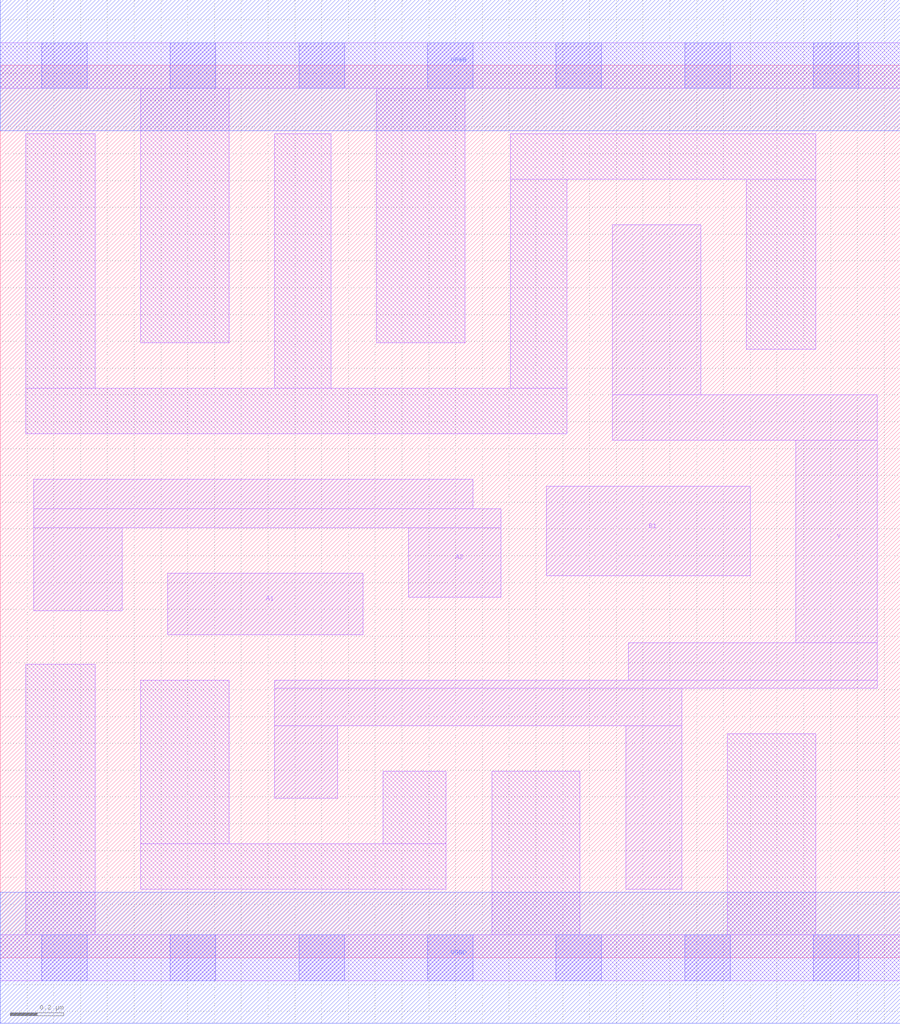
<source format=lef>
# Copyright 2020 The SkyWater PDK Authors
#
# Licensed under the Apache License, Version 2.0 (the "License");
# you may not use this file except in compliance with the License.
# You may obtain a copy of the License at
#
#     https://www.apache.org/licenses/LICENSE-2.0
#
# Unless required by applicable law or agreed to in writing, software
# distributed under the License is distributed on an "AS IS" BASIS,
# WITHOUT WARRANTIES OR CONDITIONS OF ANY KIND, either express or implied.
# See the License for the specific language governing permissions and
# limitations under the License.
#
# SPDX-License-Identifier: Apache-2.0

VERSION 5.7 ;
  NAMESCASESENSITIVE ON ;
  NOWIREEXTENSIONATPIN ON ;
  DIVIDERCHAR "/" ;
  BUSBITCHARS "[]" ;
UNITS
  DATABASE MICRONS 200 ;
END UNITS
MACRO sky130_fd_sc_lp__a21oi_2
  CLASS CORE ;
  SOURCE USER ;
  FOREIGN sky130_fd_sc_lp__a21oi_2 ;
  ORIGIN  0.000000  0.000000 ;
  SIZE  3.360000 BY  3.330000 ;
  SYMMETRY X Y R90 ;
  SITE unit ;
  PIN A1
    ANTENNAGATEAREA  0.630000 ;
    DIRECTION INPUT ;
    USE SIGNAL ;
    PORT
      LAYER li1 ;
        RECT 0.625000 1.205000 1.355000 1.435000 ;
    END
  END A1
  PIN A2
    ANTENNAGATEAREA  0.630000 ;
    DIRECTION INPUT ;
    USE SIGNAL ;
    PORT
      LAYER li1 ;
        RECT 0.125000 1.295000 0.455000 1.605000 ;
        RECT 0.125000 1.605000 1.870000 1.675000 ;
        RECT 0.125000 1.675000 1.765000 1.785000 ;
        RECT 1.525000 1.345000 1.870000 1.605000 ;
    END
  END A2
  PIN B1
    ANTENNAGATEAREA  0.630000 ;
    DIRECTION INPUT ;
    USE SIGNAL ;
    PORT
      LAYER li1 ;
        RECT 2.040000 1.425000 2.800000 1.760000 ;
    END
  END B1
  PIN Y
    ANTENNADIFFAREA  0.823200 ;
    DIRECTION OUTPUT ;
    USE SIGNAL ;
    PORT
      LAYER li1 ;
        RECT 1.025000 0.595000 1.260000 0.865000 ;
        RECT 1.025000 0.865000 2.545000 1.005000 ;
        RECT 1.025000 1.005000 3.275000 1.035000 ;
        RECT 2.285000 1.930000 3.275000 2.100000 ;
        RECT 2.285000 2.100000 2.615000 2.735000 ;
        RECT 2.335000 0.255000 2.545000 0.865000 ;
        RECT 2.345000 1.035000 3.275000 1.175000 ;
        RECT 2.970000 1.175000 3.275000 1.930000 ;
    END
  END Y
  PIN VGND
    DIRECTION INOUT ;
    USE GROUND ;
    PORT
      LAYER met1 ;
        RECT 0.000000 -0.245000 3.360000 0.245000 ;
    END
  END VGND
  PIN VPWR
    DIRECTION INOUT ;
    USE POWER ;
    PORT
      LAYER met1 ;
        RECT 0.000000 3.085000 3.360000 3.575000 ;
    END
  END VPWR
  OBS
    LAYER li1 ;
      RECT 0.000000 -0.085000 3.360000 0.085000 ;
      RECT 0.000000  3.245000 3.360000 3.415000 ;
      RECT 0.095000  0.085000 0.355000 1.095000 ;
      RECT 0.095000  1.955000 2.115000 2.125000 ;
      RECT 0.095000  2.125000 0.355000 3.075000 ;
      RECT 0.525000  0.255000 1.665000 0.425000 ;
      RECT 0.525000  0.425000 0.855000 1.035000 ;
      RECT 0.525000  2.295000 0.855000 3.245000 ;
      RECT 1.025000  2.125000 1.235000 3.075000 ;
      RECT 1.405000  2.295000 1.735000 3.245000 ;
      RECT 1.430000  0.425000 1.665000 0.695000 ;
      RECT 1.835000  0.085000 2.165000 0.695000 ;
      RECT 1.905000  2.125000 2.115000 2.905000 ;
      RECT 1.905000  2.905000 3.045000 3.075000 ;
      RECT 2.715000  0.085000 3.045000 0.835000 ;
      RECT 2.785000  2.270000 3.045000 2.905000 ;
    LAYER mcon ;
      RECT 0.155000 -0.085000 0.325000 0.085000 ;
      RECT 0.155000  3.245000 0.325000 3.415000 ;
      RECT 0.635000 -0.085000 0.805000 0.085000 ;
      RECT 0.635000  3.245000 0.805000 3.415000 ;
      RECT 1.115000 -0.085000 1.285000 0.085000 ;
      RECT 1.115000  3.245000 1.285000 3.415000 ;
      RECT 1.595000 -0.085000 1.765000 0.085000 ;
      RECT 1.595000  3.245000 1.765000 3.415000 ;
      RECT 2.075000 -0.085000 2.245000 0.085000 ;
      RECT 2.075000  3.245000 2.245000 3.415000 ;
      RECT 2.555000 -0.085000 2.725000 0.085000 ;
      RECT 2.555000  3.245000 2.725000 3.415000 ;
      RECT 3.035000 -0.085000 3.205000 0.085000 ;
      RECT 3.035000  3.245000 3.205000 3.415000 ;
  END
END sky130_fd_sc_lp__a21oi_2

</source>
